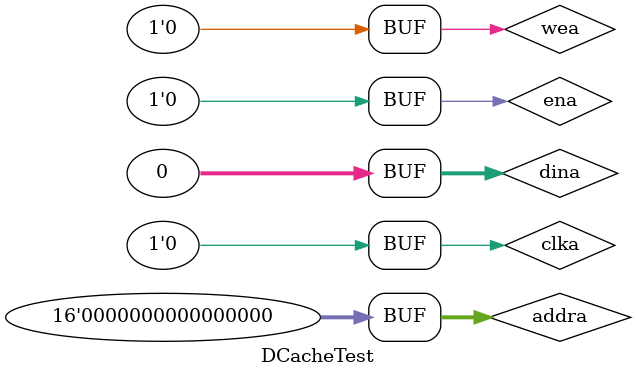
<source format=v>
`timescale 1ns / 1ps


module DCacheTest;

	// Inputs
	reg clka;
	reg ena;
	reg [0:0] wea;
	reg [15:0] addra;
	reg [31:0] dina;

	// Outputs
	wire [31:0] douta;

	// Instantiate the Unit Under Test (UUT)
	DCache uut (
		.clka(clka), 
		.ena(ena), 
		.wea(wea), 
		.addra(addra), 
		.dina(dina), 
		.douta(douta)
	);

	initial begin
		// Initialize Inputs
		clka = 0;
		ena = 0;
		wea = 0;
		addra = 0;
		dina = 0;

		// Wait 100 ns for global reset to finish
		#100;
        
		// Add stimulus here

	end
      
endmodule


</source>
